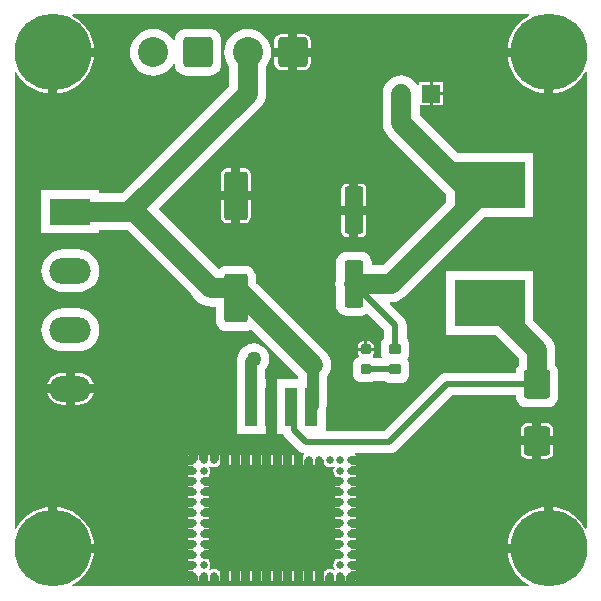
<source format=gtl>
G04 Layer_Physical_Order=1*
G04 Layer_Color=255*
%FSLAX25Y25*%
%MOIN*%
G70*
G01*
G75*
%ADD10C,0.06693*%
G04:AMPARAMS|DCode=11|XSize=78.74mil|YSize=161.42mil|CornerRadius=9.84mil|HoleSize=0mil|Usage=FLASHONLY|Rotation=0.000|XOffset=0mil|YOffset=0mil|HoleType=Round|Shape=RoundedRectangle|*
%AMROUNDEDRECTD11*
21,1,0.07874,0.14173,0,0,0.0*
21,1,0.05906,0.16142,0,0,0.0*
1,1,0.01969,0.02953,-0.07087*
1,1,0.01969,-0.02953,-0.07087*
1,1,0.01969,-0.02953,0.07087*
1,1,0.01969,0.02953,0.07087*
%
%ADD11ROUNDEDRECTD11*%
%ADD12R,0.04134X0.12598*%
%ADD13R,0.41142X0.32677*%
G04:AMPARAMS|DCode=14|XSize=157.48mil|YSize=62.99mil|CornerRadius=7.87mil|HoleSize=0mil|Usage=FLASHONLY|Rotation=270.000|XOffset=0mil|YOffset=0mil|HoleType=Round|Shape=RoundedRectangle|*
%AMROUNDEDRECTD14*
21,1,0.15748,0.04724,0,0,270.0*
21,1,0.14173,0.06299,0,0,270.0*
1,1,0.01575,-0.02362,-0.07087*
1,1,0.01575,-0.02362,0.07087*
1,1,0.01575,0.02362,0.07087*
1,1,0.01575,0.02362,-0.07087*
%
%ADD14ROUNDEDRECTD14*%
G04:AMPARAMS|DCode=15|XSize=98.43mil|YSize=86.61mil|CornerRadius=10.83mil|HoleSize=0mil|Usage=FLASHONLY|Rotation=90.000|XOffset=0mil|YOffset=0mil|HoleType=Round|Shape=RoundedRectangle|*
%AMROUNDEDRECTD15*
21,1,0.09843,0.06496,0,0,90.0*
21,1,0.07677,0.08661,0,0,90.0*
1,1,0.02165,0.03248,0.03839*
1,1,0.02165,0.03248,-0.03839*
1,1,0.02165,-0.03248,-0.03839*
1,1,0.02165,-0.03248,0.03839*
%
%ADD15ROUNDEDRECTD15*%
G04:AMPARAMS|DCode=16|XSize=39.37mil|YSize=35.43mil|CornerRadius=4.43mil|HoleSize=0mil|Usage=FLASHONLY|Rotation=0.000|XOffset=0mil|YOffset=0mil|HoleType=Round|Shape=RoundedRectangle|*
%AMROUNDEDRECTD16*
21,1,0.03937,0.02658,0,0,0.0*
21,1,0.03051,0.03543,0,0,0.0*
1,1,0.00886,0.01526,-0.01329*
1,1,0.00886,-0.01526,-0.01329*
1,1,0.00886,-0.01526,0.01329*
1,1,0.00886,0.01526,0.01329*
%
%ADD16ROUNDEDRECTD16*%
G04:AMPARAMS|DCode=17|XSize=31.5mil|YSize=31.5mil|CornerRadius=3.94mil|HoleSize=0mil|Usage=FLASHONLY|Rotation=90.000|XOffset=0mil|YOffset=0mil|HoleType=Round|Shape=RoundedRectangle|*
%AMROUNDEDRECTD17*
21,1,0.03150,0.02362,0,0,90.0*
21,1,0.02362,0.03150,0,0,90.0*
1,1,0.00787,0.01181,0.01181*
1,1,0.00787,0.01181,-0.01181*
1,1,0.00787,-0.01181,-0.01181*
1,1,0.00787,-0.01181,0.01181*
%
%ADD17ROUNDEDRECTD17*%
%ADD18R,0.23622X0.15748*%
%ADD19C,0.02000*%
%ADD20C,0.03937*%
%ADD21R,0.05906X0.05906*%
%ADD22C,0.05906*%
G04:AMPARAMS|DCode=23|XSize=100mil|YSize=100mil|CornerRadius=12.5mil|HoleSize=0mil|Usage=FLASHONLY|Rotation=90.000|XOffset=0mil|YOffset=0mil|HoleType=Round|Shape=RoundedRectangle|*
%AMROUNDEDRECTD23*
21,1,0.10000,0.07500,0,0,90.0*
21,1,0.07500,0.10000,0,0,90.0*
1,1,0.02500,0.03750,0.03750*
1,1,0.02500,0.03750,-0.03750*
1,1,0.02500,-0.03750,-0.03750*
1,1,0.02500,-0.03750,0.03750*
%
%ADD23ROUNDEDRECTD23*%
%ADD24C,0.10000*%
%ADD25O,0.13780X0.08661*%
%ADD26R,0.13780X0.08661*%
%ADD27C,0.25590*%
%ADD28C,0.02500*%
%ADD29C,0.05000*%
G36*
X174553Y193268D02*
X172969Y192297D01*
X171318Y190887D01*
X169907Y189236D01*
X168773Y187385D01*
X167942Y185379D01*
X167435Y183267D01*
X167383Y182602D01*
X181102D01*
Y181102D01*
X182602D01*
Y167383D01*
X183267Y167435D01*
X185379Y167942D01*
X187385Y168773D01*
X189236Y169907D01*
X190887Y171318D01*
X192297Y172969D01*
X193268Y174553D01*
X193768Y174411D01*
Y22439D01*
X193268Y22298D01*
X192297Y23882D01*
X190887Y25533D01*
X189236Y26943D01*
X187385Y28078D01*
X185379Y28909D01*
X183267Y29416D01*
X182602Y29468D01*
Y15748D01*
X181102D01*
Y14248D01*
X167383D01*
X167435Y13583D01*
X167942Y11472D01*
X168773Y9466D01*
X169907Y7614D01*
X171318Y5963D01*
X172969Y4553D01*
X174553Y3582D01*
X174411Y3082D01*
X22439D01*
X22298Y3582D01*
X23882Y4553D01*
X25533Y5963D01*
X26943Y7614D01*
X28078Y9466D01*
X28909Y11472D01*
X29416Y13583D01*
X29468Y14248D01*
X15748D01*
Y15748D01*
X14248D01*
Y29468D01*
X13583Y29416D01*
X11472Y28909D01*
X9466Y28078D01*
X7614Y26943D01*
X5963Y25533D01*
X4553Y23882D01*
X3582Y22298D01*
X3082Y22439D01*
Y138779D01*
X3082Y138779D01*
Y164370D01*
Y174411D01*
X3582Y174553D01*
X4553Y172969D01*
X5963Y171318D01*
X7614Y169907D01*
X9466Y168773D01*
X11472Y167942D01*
X13583Y167435D01*
X14248Y167383D01*
Y181102D01*
X15748D01*
Y182602D01*
X29468D01*
X29416Y183267D01*
X28909Y185379D01*
X28078Y187385D01*
X26943Y189236D01*
X25533Y190887D01*
X23882Y192297D01*
X22298Y193268D01*
X22439Y193768D01*
X174411D01*
X174553Y193268D01*
D02*
G37*
%LPC*%
G36*
X78575Y46779D02*
X78453Y46697D01*
X78197D01*
X78075Y46779D01*
Y45075D01*
Y43371D01*
X78197Y43453D01*
X78453D01*
X78575Y43371D01*
Y45075D01*
Y46779D01*
D02*
G37*
G36*
X82075D02*
X81953Y46697D01*
X81697D01*
X81575Y46779D01*
Y45075D01*
Y43371D01*
X81697Y43453D01*
X81953D01*
X82075Y43371D01*
Y45075D01*
Y46779D01*
D02*
G37*
G36*
X75075D02*
X74953Y46697D01*
X74697D01*
X74575Y46779D01*
Y45075D01*
Y43371D01*
X74697Y43453D01*
X74953D01*
X75075Y43371D01*
Y45075D01*
Y46779D01*
D02*
G37*
G36*
X182537Y50075D02*
X178665D01*
Y45613D01*
X180413D01*
X181226Y45774D01*
X181915Y46235D01*
X182375Y46924D01*
X182537Y47736D01*
Y50075D01*
D02*
G37*
G36*
X61075Y46779D02*
X60953Y46697D01*
X60871Y46575D01*
X61075D01*
Y46779D01*
D02*
G37*
G36*
X71575D02*
X71453Y46697D01*
X71197D01*
X71075Y46779D01*
Y45075D01*
X68075D01*
Y46779D01*
X67953Y46697D01*
X67697D01*
X67575Y46779D01*
Y45075D01*
X64575D01*
Y46779D01*
X64453Y46697D01*
X64197D01*
X64075Y46779D01*
Y45075D01*
X62575D01*
Y43575D01*
X60871D01*
X60953Y43453D01*
Y43197D01*
X60871Y43075D01*
X62575D01*
Y40075D01*
X60871D01*
X60953Y39953D01*
Y39697D01*
X60871Y39575D01*
X62575D01*
Y36575D01*
X60871D01*
X60953Y36453D01*
Y36197D01*
X60871Y36075D01*
X62575D01*
Y33075D01*
X60871D01*
X60953Y32953D01*
Y32697D01*
X60871Y32575D01*
X62575D01*
Y29575D01*
X60831D01*
X60911Y29325D01*
X60831Y29075D01*
X62575D01*
Y26075D01*
X60871D01*
X60953Y25953D01*
Y25697D01*
X60871Y25575D01*
X62575D01*
Y22575D01*
X60871D01*
X60953Y22453D01*
Y22197D01*
X60871Y22075D01*
X62575D01*
Y19075D01*
X60871D01*
X60953Y18953D01*
Y18697D01*
X60871Y18575D01*
X62575D01*
Y15575D01*
X60871D01*
X60953Y15453D01*
Y15197D01*
X60871Y15075D01*
X62575D01*
Y12075D01*
X60871D01*
X60953Y11953D01*
Y11697D01*
X60871Y11575D01*
X62575D01*
Y8575D01*
X60871D01*
X60953Y8453D01*
Y8197D01*
X60871Y8075D01*
X62575D01*
Y6575D01*
X64075D01*
Y4871D01*
X64197Y4953D01*
X64453D01*
X64575Y4871D01*
Y6575D01*
X67575D01*
Y4871D01*
X67697Y4953D01*
X67953D01*
X68075Y4871D01*
Y6575D01*
X71075D01*
Y4871D01*
X71197Y4953D01*
X71453D01*
X71575Y4871D01*
Y6575D01*
Y8279D01*
X71453Y8197D01*
X71197D01*
X70453Y8694D01*
X69575Y8869D01*
X68697Y8694D01*
X68269Y8408D01*
X67908Y8768D01*
X68194Y9197D01*
X68369Y10075D01*
X68194Y10953D01*
X67697Y11697D01*
Y11953D01*
X67779Y12075D01*
X66075D01*
Y15075D01*
X67779D01*
X67697Y15197D01*
Y15453D01*
X67779Y15575D01*
X66075D01*
Y18575D01*
X67779D01*
X67697Y18697D01*
Y18953D01*
X67779Y19075D01*
X66075D01*
Y22075D01*
X67779D01*
X67697Y22197D01*
Y22453D01*
X67779Y22575D01*
X66075D01*
Y25575D01*
X67779D01*
X67697Y25697D01*
Y25953D01*
X67779Y26075D01*
X66075D01*
Y29075D01*
X67779D01*
X67697Y29197D01*
Y29453D01*
X67779Y29575D01*
X66075D01*
Y32575D01*
X67779D01*
X67697Y32697D01*
Y32953D01*
X67779Y33075D01*
X66075D01*
Y36075D01*
X67779D01*
X67697Y36197D01*
Y36453D01*
X67779Y36575D01*
X66075D01*
Y39575D01*
X67779D01*
X67697Y39697D01*
Y39953D01*
X68194Y40697D01*
X68369Y41575D01*
X68194Y42453D01*
X67908Y42881D01*
X68269Y43242D01*
X68697Y42955D01*
X69575Y42781D01*
X70453Y42955D01*
X71197Y43453D01*
X71453D01*
X71575Y43371D01*
Y45075D01*
Y46779D01*
D02*
G37*
G36*
X175665Y57537D02*
X173917D01*
X173105Y57375D01*
X172416Y56915D01*
X171956Y56226D01*
X171794Y55413D01*
Y53075D01*
X175665D01*
Y57537D01*
D02*
G37*
G36*
X180413D02*
X178665D01*
Y53075D01*
X182537D01*
Y55413D01*
X182375Y56226D01*
X181915Y56915D01*
X181226Y57375D01*
X180413Y57537D01*
D02*
G37*
G36*
X82677Y84041D02*
X81305Y83861D01*
X80027Y83331D01*
X78929Y82489D01*
X78086Y81391D01*
X77557Y80112D01*
X77503Y79709D01*
X77287Y79186D01*
X77125Y77953D01*
Y72047D01*
X77067D01*
Y53937D01*
X86713D01*
Y72047D01*
X86655D01*
Y75290D01*
X87268Y76090D01*
X87798Y77368D01*
X87978Y78740D01*
X87798Y80112D01*
X87268Y81391D01*
X86426Y82489D01*
X85328Y83331D01*
X84049Y83861D01*
X82677Y84041D01*
D02*
G37*
G36*
X96075Y46779D02*
X95953Y46697D01*
X95697D01*
X95575Y46779D01*
Y45075D01*
Y43371D01*
X95697Y43453D01*
X95953D01*
X96075Y43371D01*
Y45075D01*
Y46779D01*
D02*
G37*
G36*
X85575D02*
X85453Y46697D01*
X85197D01*
X85075Y46779D01*
Y45075D01*
Y43371D01*
X85197Y43453D01*
X85453D01*
X85575Y43371D01*
Y45075D01*
Y46779D01*
D02*
G37*
G36*
X89075D02*
X88953Y46697D01*
X88697D01*
X88575Y46779D01*
Y45075D01*
Y43371D01*
X88697Y43453D01*
X88953D01*
X89075Y43371D01*
Y45075D01*
Y46779D01*
D02*
G37*
G36*
X92575D02*
X92453Y46697D01*
X92197D01*
X92075Y46779D01*
Y45075D01*
Y43371D01*
X92197Y43453D01*
X92453D01*
X92575Y43371D01*
Y45075D01*
Y46779D01*
D02*
G37*
G36*
X175665Y50075D02*
X171794D01*
Y47736D01*
X171956Y46924D01*
X172416Y46235D01*
X173105Y45774D01*
X173917Y45613D01*
X175665D01*
Y50075D01*
D02*
G37*
G36*
X78575Y8279D02*
X78453Y8197D01*
X78197D01*
X78075Y8279D01*
Y6575D01*
Y4871D01*
X78197Y4953D01*
X78453D01*
X78575Y4871D01*
Y6575D01*
Y8279D01*
D02*
G37*
G36*
X82075D02*
X81953Y8197D01*
X81697D01*
X81575Y8279D01*
Y6575D01*
Y4871D01*
X81697Y4953D01*
X81953D01*
X82075Y4871D01*
Y6575D01*
Y8279D01*
D02*
G37*
G36*
X85575D02*
X85453Y8197D01*
X85197D01*
X85075Y8279D01*
Y6575D01*
Y4871D01*
X85197Y4953D01*
X85453D01*
X85575Y4871D01*
Y6575D01*
Y8279D01*
D02*
G37*
G36*
X61075Y5075D02*
X60871D01*
X60953Y4953D01*
X61075Y4871D01*
Y5075D01*
D02*
G37*
G36*
X116779D02*
X116575D01*
Y4871D01*
X116697Y4953D01*
X116779Y5075D01*
D02*
G37*
G36*
X75075Y8279D02*
X74953Y8197D01*
X74697D01*
X74575Y8279D01*
Y6575D01*
Y4871D01*
X74697Y4953D01*
X74953D01*
X75075Y4871D01*
Y6575D01*
Y8279D01*
D02*
G37*
G36*
X89075D02*
X88953Y8197D01*
X88697D01*
X88575Y8279D01*
Y6575D01*
Y4871D01*
X88697Y4953D01*
X88953D01*
X89075Y4871D01*
Y6575D01*
Y8279D01*
D02*
G37*
G36*
X103075D02*
X102953Y8197D01*
X102697D01*
X102575Y8279D01*
Y6575D01*
Y4871D01*
X102697Y4953D01*
X102953D01*
X103075Y4871D01*
Y6575D01*
Y8279D01*
D02*
G37*
G36*
X17248Y29468D02*
Y17248D01*
X29468D01*
X29416Y17913D01*
X28909Y20024D01*
X28078Y22030D01*
X26943Y23882D01*
X25533Y25533D01*
X23882Y26943D01*
X22030Y28078D01*
X20024Y28909D01*
X17913Y29416D01*
X17248Y29468D01*
D02*
G37*
G36*
X179602D02*
X178938Y29416D01*
X176826Y28909D01*
X174820Y28078D01*
X172969Y26943D01*
X171318Y25533D01*
X169907Y23882D01*
X168773Y22030D01*
X167942Y20024D01*
X167435Y17913D01*
X167383Y17248D01*
X179602D01*
Y29468D01*
D02*
G37*
G36*
X92575Y8279D02*
X92453Y8197D01*
X92197D01*
X92075Y8279D01*
Y6575D01*
Y4871D01*
X92197Y4953D01*
X92453D01*
X92575Y4871D01*
Y6575D01*
Y8279D01*
D02*
G37*
G36*
X96075D02*
X95953Y8197D01*
X95697D01*
X95575Y8279D01*
Y6575D01*
Y4871D01*
X95697Y4953D01*
X95953D01*
X96075Y4871D01*
Y6575D01*
Y8279D01*
D02*
G37*
G36*
X99575D02*
X99453Y8197D01*
X99197D01*
X99075Y8279D01*
Y6575D01*
Y4871D01*
X99197Y4953D01*
X99453D01*
X99575Y4871D01*
Y6575D01*
Y8279D01*
D02*
G37*
G36*
X79724Y142377D02*
X78272D01*
Y134768D01*
X81748D01*
Y140354D01*
X81594Y141129D01*
X81155Y141785D01*
X80499Y142223D01*
X79724Y142377D01*
D02*
G37*
G36*
X145843Y166823D02*
X142390D01*
Y163370D01*
X145843D01*
Y166823D01*
D02*
G37*
G36*
X29468Y179602D02*
X17248D01*
Y167383D01*
X17913Y167435D01*
X20024Y167942D01*
X22030Y168773D01*
X23882Y169907D01*
X25533Y171318D01*
X26943Y172969D01*
X28078Y174820D01*
X28909Y176826D01*
X29416Y178938D01*
X29468Y179602D01*
D02*
G37*
G36*
X118504Y137255D02*
X117642D01*
Y129846D01*
X120326D01*
Y135433D01*
X120188Y136130D01*
X119793Y136722D01*
X119201Y137117D01*
X118504Y137255D01*
D02*
G37*
G36*
X80709Y188896D02*
X79188Y188746D01*
X77726Y188303D01*
X76379Y187582D01*
X75198Y186613D01*
X74229Y185432D01*
X73508Y184085D01*
X73065Y182623D01*
X72915Y181102D01*
X73065Y179582D01*
X73508Y178120D01*
X74229Y176773D01*
X74577Y176348D01*
Y169863D01*
X38799Y134085D01*
X31299D01*
Y135039D01*
X12008D01*
Y120866D01*
X31299D01*
Y121821D01*
X40767D01*
X61963Y100625D01*
X62483Y99651D01*
X63443Y98482D01*
X64612Y97523D01*
X65946Y96810D01*
X67393Y96371D01*
X68898Y96223D01*
Y96230D01*
X70047D01*
Y91929D01*
X70175Y90953D01*
X70552Y90043D01*
X71151Y89262D01*
X71933Y88662D01*
X72843Y88285D01*
X73819Y88157D01*
X79724D01*
X80701Y88285D01*
X81611Y88662D01*
X81718Y88744D01*
X97597Y72865D01*
Y72047D01*
X90453D01*
Y53937D01*
X92577D01*
X92865Y53243D01*
X93467Y52459D01*
X97423Y48502D01*
X97423Y48502D01*
X98208Y47900D01*
X99121Y47522D01*
X99528Y47468D01*
X99667Y46968D01*
X99396Y46697D01*
X99197D01*
X99075Y46779D01*
Y45075D01*
Y43371D01*
X99197Y43453D01*
X99453D01*
X99575Y43371D01*
Y45075D01*
X102575D01*
Y43371D01*
X102697Y43453D01*
X102953D01*
X103075Y43371D01*
Y45075D01*
X106075D01*
Y43371D01*
X106197Y43453D01*
X106453D01*
X107197Y42955D01*
X108075Y42781D01*
X108953Y42955D01*
X109381Y43242D01*
X109742Y42881D01*
X109455Y42453D01*
X109281Y41575D01*
X109455Y40697D01*
X109953Y39953D01*
Y39697D01*
X109871Y39575D01*
X111575D01*
Y36575D01*
X109871D01*
X109953Y36453D01*
Y36197D01*
X109871Y36075D01*
X111575D01*
Y33075D01*
X109871D01*
X109953Y32953D01*
Y32697D01*
X109871Y32575D01*
X111575D01*
Y29575D01*
X109871D01*
X109953Y29453D01*
Y29197D01*
X109871Y29075D01*
X111575D01*
Y26075D01*
X109871D01*
X109953Y25953D01*
Y25697D01*
X109871Y25575D01*
X111575D01*
Y22575D01*
X109871D01*
X109953Y22453D01*
Y22197D01*
X109871Y22075D01*
X111575D01*
Y19075D01*
X109871D01*
X109953Y18953D01*
Y18697D01*
X109871Y18575D01*
X111575D01*
Y15575D01*
X109871D01*
X109953Y15453D01*
Y15197D01*
X109871Y15075D01*
X111575D01*
Y12075D01*
X109871D01*
X109953Y11953D01*
Y11697D01*
X109455Y10953D01*
X109281Y10075D01*
X109455Y9197D01*
X109742Y8768D01*
X109381Y8408D01*
X108953Y8694D01*
X108075Y8869D01*
X107197Y8694D01*
X106453Y8197D01*
X106197D01*
X106075Y8279D01*
Y6575D01*
Y4871D01*
X106197Y4953D01*
X106453D01*
X106575Y4871D01*
Y6575D01*
X109575D01*
Y4871D01*
X109697Y4953D01*
X109953D01*
X110075Y4871D01*
Y6575D01*
X113075D01*
Y4871D01*
X113197Y4953D01*
X113453D01*
X113575Y4871D01*
Y6575D01*
X115075D01*
Y8075D01*
X116779D01*
X116697Y8197D01*
Y8453D01*
X116779Y8575D01*
X115075D01*
Y11575D01*
X116779D01*
X116697Y11697D01*
Y11953D01*
X116779Y12075D01*
X115075D01*
Y15075D01*
X116779D01*
X116697Y15197D01*
Y15453D01*
X116779Y15575D01*
X115075D01*
Y18575D01*
X116779D01*
X116697Y18697D01*
Y18953D01*
X116779Y19075D01*
X115075D01*
Y22075D01*
X116779D01*
X116697Y22197D01*
Y22453D01*
X116779Y22575D01*
X115075D01*
Y25575D01*
X116779D01*
X116697Y25697D01*
Y25953D01*
X116779Y26075D01*
X115075D01*
Y29075D01*
X116779D01*
X116697Y29197D01*
Y29453D01*
X116779Y29575D01*
X115075D01*
Y32575D01*
X116779D01*
X116697Y32697D01*
Y32953D01*
X116779Y33075D01*
X115075D01*
Y36075D01*
X116779D01*
X116697Y36197D01*
Y36453D01*
X116779Y36575D01*
X115075D01*
Y39575D01*
X116779D01*
X116697Y39697D01*
Y39953D01*
X116779Y40075D01*
X115075D01*
Y43075D01*
X116779D01*
X116697Y43197D01*
Y43453D01*
X116779Y43575D01*
X115075D01*
Y46575D01*
X116779D01*
X116697Y46697D01*
X116404Y46893D01*
X116556Y47393D01*
X127953D01*
X128933Y47522D01*
X129847Y47900D01*
X130631Y48502D01*
X148813Y66684D01*
X170046D01*
Y66634D01*
X170178Y65632D01*
X170564Y64698D01*
X171180Y63896D01*
X171982Y63281D01*
X172915Y62894D01*
X173917Y62762D01*
X180413D01*
X181415Y62894D01*
X182349Y63281D01*
X183151Y63896D01*
X183766Y64698D01*
X184153Y65632D01*
X184285Y66634D01*
Y74311D01*
X184153Y75313D01*
X183766Y76247D01*
X183297Y76858D01*
Y81693D01*
X183179Y82889D01*
X182831Y84040D01*
X182264Y85100D01*
X181501Y86029D01*
X175984Y91546D01*
Y108071D01*
X146851D01*
Y86811D01*
X163375D01*
X171034Y79153D01*
Y76858D01*
X170564Y76247D01*
X170178Y75313D01*
X170046Y74311D01*
Y74261D01*
X147244D01*
X147244Y74261D01*
X146264Y74132D01*
X145350Y73753D01*
X144565Y73151D01*
X126384Y54969D01*
X106791D01*
Y61635D01*
X106965Y62054D01*
X107127Y63288D01*
Y72959D01*
X107461Y73365D01*
X108027Y74425D01*
X108376Y75575D01*
X108494Y76772D01*
X108376Y77968D01*
X108027Y79118D01*
X107461Y80178D01*
X106698Y81108D01*
X83497Y104309D01*
Y106102D01*
X83368Y107079D01*
X82991Y107989D01*
X82392Y108770D01*
X81611Y109369D01*
X80701Y109746D01*
X79724Y109875D01*
X73819D01*
X72843Y109746D01*
X71933Y109369D01*
X71157Y108774D01*
X50995Y128937D01*
X85044Y162987D01*
X85807Y163916D01*
X86374Y164976D01*
X86723Y166127D01*
X86840Y167323D01*
Y176348D01*
X87189Y176773D01*
X87909Y178120D01*
X88352Y179582D01*
X88502Y181102D01*
X88352Y182623D01*
X87909Y184085D01*
X87189Y185432D01*
X86219Y186613D01*
X85038Y187582D01*
X83691Y188303D01*
X82229Y188746D01*
X80709Y188896D01*
D02*
G37*
G36*
X75272Y142377D02*
X73819D01*
X73045Y142223D01*
X72388Y141785D01*
X71950Y141129D01*
X71796Y140354D01*
Y134768D01*
X75272D01*
Y142377D01*
D02*
G37*
G36*
X179602Y179602D02*
X167383D01*
X167435Y178938D01*
X167942Y176826D01*
X168773Y174820D01*
X169907Y172969D01*
X171318Y171318D01*
X172969Y169907D01*
X174820Y168773D01*
X176826Y167942D01*
X178938Y167435D01*
X179602Y167383D01*
Y179602D01*
D02*
G37*
G36*
X101753D02*
X97209D01*
Y175058D01*
X99459D01*
X100337Y175233D01*
X101081Y175730D01*
X101578Y176474D01*
X101753Y177352D01*
Y179602D01*
D02*
G37*
G36*
X94209Y187146D02*
X91959D01*
X91081Y186972D01*
X90336Y186475D01*
X89839Y185730D01*
X89665Y184852D01*
Y182602D01*
X94209D01*
Y187146D01*
D02*
G37*
G36*
X99459D02*
X97209D01*
Y182602D01*
X101753D01*
Y184852D01*
X101578Y185730D01*
X101081Y186475D01*
X100337Y186972D01*
X99459Y187146D01*
D02*
G37*
G36*
X145843Y171275D02*
X142390D01*
Y167823D01*
X145843D01*
Y171275D01*
D02*
G37*
G36*
X49213Y188896D02*
X47692Y188746D01*
X46230Y188303D01*
X44883Y187582D01*
X43702Y186613D01*
X42733Y185432D01*
X42012Y184085D01*
X41569Y182623D01*
X41419Y181102D01*
X41569Y179582D01*
X42012Y178120D01*
X42733Y176773D01*
X43702Y175592D01*
X44883Y174622D01*
X46230Y173902D01*
X47692Y173459D01*
X49213Y173309D01*
X50733Y173459D01*
X52195Y173902D01*
X53542Y174622D01*
X54723Y175592D01*
X55693Y176773D01*
X55935Y177225D01*
X56451Y177131D01*
X56560Y176307D01*
X56963Y175332D01*
X57606Y174495D01*
X58442Y173853D01*
X59417Y173450D01*
X60463Y173312D01*
X67963D01*
X69008Y173450D01*
X69983Y173853D01*
X70820Y174495D01*
X71462Y175332D01*
X71865Y176307D01*
X72003Y177352D01*
Y184852D01*
X71865Y185898D01*
X71462Y186873D01*
X70820Y187709D01*
X69983Y188352D01*
X69008Y188755D01*
X67963Y188893D01*
X60463D01*
X59417Y188755D01*
X58442Y188352D01*
X57606Y187709D01*
X56963Y186873D01*
X56560Y185898D01*
X56451Y185074D01*
X55935Y184980D01*
X55693Y185432D01*
X54723Y186613D01*
X53542Y187582D01*
X52195Y188303D01*
X50733Y188746D01*
X49213Y188896D01*
D02*
G37*
G36*
X94209Y179602D02*
X89665D01*
Y177352D01*
X89839Y176474D01*
X90336Y175730D01*
X91081Y175233D01*
X91959Y175058D01*
X94209D01*
Y179602D01*
D02*
G37*
G36*
X114642Y137255D02*
X113780D01*
X113082Y137117D01*
X112491Y136722D01*
X112096Y136130D01*
X111957Y135433D01*
Y129846D01*
X114642D01*
Y137255D01*
D02*
G37*
G36*
X24213Y74274D02*
X23154D01*
Y70398D01*
X29361D01*
X28869Y71586D01*
X28015Y72699D01*
X26901Y73554D01*
X25604Y74091D01*
X24213Y74274D01*
D02*
G37*
G36*
Y95704D02*
X19095D01*
X17705Y95567D01*
X16369Y95161D01*
X15138Y94503D01*
X14059Y93618D01*
X13174Y92539D01*
X12516Y91308D01*
X12111Y89972D01*
X11974Y88583D01*
X12111Y87193D01*
X12516Y85858D01*
X13174Y84626D01*
X14059Y83547D01*
X15138Y82662D01*
X16369Y82004D01*
X17705Y81599D01*
X19095Y81462D01*
X24213D01*
X25602Y81599D01*
X26938Y82004D01*
X28169Y82662D01*
X29248Y83547D01*
X30134Y84626D01*
X30792Y85858D01*
X31197Y87193D01*
X31334Y88583D01*
X31197Y89972D01*
X30792Y91308D01*
X30134Y92539D01*
X29248Y93618D01*
X28169Y94503D01*
X26938Y95161D01*
X25602Y95567D01*
X24213Y95704D01*
D02*
G37*
G36*
X119579Y84689D02*
X118898D01*
X118354Y84581D01*
X117893Y84272D01*
X117585Y83811D01*
X117477Y83268D01*
Y82587D01*
X119579D01*
Y84689D01*
D02*
G37*
G36*
X20154Y67398D02*
X13946D01*
X14438Y66209D01*
X15293Y65096D01*
X16406Y64241D01*
X17703Y63704D01*
X19095Y63521D01*
X20154D01*
Y67398D01*
D02*
G37*
G36*
X29361D02*
X23154D01*
Y63521D01*
X24213D01*
X25604Y63704D01*
X26901Y64241D01*
X28015Y65096D01*
X28869Y66209D01*
X29361Y67398D01*
D02*
G37*
G36*
X20154Y74274D02*
X19095D01*
X17703Y74091D01*
X16406Y73554D01*
X15293Y72699D01*
X14438Y71586D01*
X13946Y70398D01*
X20154D01*
Y74274D01*
D02*
G37*
G36*
X121260Y84689D02*
X120579D01*
Y82587D01*
X122681D01*
Y83268D01*
X122573Y83811D01*
X122265Y84272D01*
X121804Y84581D01*
X121260Y84689D01*
D02*
G37*
G36*
X120326Y126846D02*
X117642D01*
Y119437D01*
X118504D01*
X119201Y119576D01*
X119793Y119971D01*
X120188Y120562D01*
X120326Y121260D01*
Y126846D01*
D02*
G37*
G36*
X75272Y131768D02*
X71796D01*
Y126181D01*
X71950Y125407D01*
X72388Y124750D01*
X73045Y124312D01*
X73819Y124158D01*
X75272D01*
Y131768D01*
D02*
G37*
G36*
X81748D02*
X78272D01*
Y124158D01*
X79724D01*
X80499Y124312D01*
X81155Y124750D01*
X81594Y125407D01*
X81748Y126181D01*
Y131768D01*
D02*
G37*
G36*
X24213Y115389D02*
X19095D01*
X17705Y115252D01*
X16369Y114847D01*
X15138Y114189D01*
X14059Y113303D01*
X13174Y112224D01*
X12516Y110993D01*
X12111Y109657D01*
X11974Y108268D01*
X12111Y106879D01*
X12516Y105543D01*
X13174Y104312D01*
X14059Y103233D01*
X15138Y102347D01*
X16369Y101689D01*
X17705Y101284D01*
X19095Y101147D01*
X24213D01*
X25602Y101284D01*
X26938Y101689D01*
X28169Y102347D01*
X29248Y103233D01*
X30134Y104312D01*
X30792Y105543D01*
X31197Y106879D01*
X31334Y108268D01*
X31197Y109657D01*
X30792Y110993D01*
X30134Y112224D01*
X29248Y113303D01*
X28169Y114189D01*
X26938Y114847D01*
X25602Y115252D01*
X24213Y115389D01*
D02*
G37*
G36*
X131890Y173455D02*
X130693Y173337D01*
X129543Y172988D01*
X128483Y172421D01*
X127554Y171659D01*
X126791Y170729D01*
X126225Y169669D01*
X125876Y168519D01*
X125758Y167323D01*
Y157480D01*
X125876Y156284D01*
X126225Y155134D01*
X126791Y154074D01*
X127554Y153144D01*
X146851Y133848D01*
Y130916D01*
X126004Y110069D01*
X122078D01*
Y111024D01*
X121956Y111949D01*
X121599Y112811D01*
X121031Y113551D01*
X120291Y114119D01*
X119429Y114476D01*
X118504Y114597D01*
X113780D01*
X112855Y114476D01*
X111993Y114119D01*
X111252Y113551D01*
X110685Y112811D01*
X110327Y111949D01*
X110206Y111024D01*
Y105390D01*
X110128Y105133D01*
X110010Y103937D01*
X110128Y102741D01*
X110206Y102484D01*
Y96850D01*
X110327Y95925D01*
X110685Y95063D01*
X111252Y94323D01*
X111993Y93755D01*
X112855Y93398D01*
X113780Y93277D01*
X118504D01*
X119429Y93398D01*
X120291Y93755D01*
X120673Y94048D01*
X126133Y88589D01*
Y85711D01*
X126114Y85697D01*
X125601Y85029D01*
X125279Y84250D01*
X125169Y83415D01*
Y80758D01*
X125279Y79923D01*
X125414Y79598D01*
X125136Y79182D01*
X123036D01*
X122848Y79326D01*
X122512Y79465D01*
X122457Y79563D01*
X122374Y80064D01*
X122573Y80362D01*
X122681Y80905D01*
Y81587D01*
X117477D01*
Y80905D01*
X117585Y80362D01*
X117784Y80064D01*
X117701Y79563D01*
X117645Y79465D01*
X117309Y79326D01*
X116651Y78821D01*
X116147Y78163D01*
X115829Y77397D01*
X115721Y76575D01*
Y74212D01*
X115829Y73390D01*
X116147Y72624D01*
X116651Y71966D01*
X117309Y71461D01*
X118076Y71144D01*
X118898Y71036D01*
X121260D01*
X122082Y71144D01*
X122848Y71461D01*
X123036Y71605D01*
X126346D01*
X126782Y71271D01*
X127560Y70948D01*
X128396Y70838D01*
X131447D01*
X132282Y70948D01*
X133060Y71271D01*
X133728Y71784D01*
X134241Y72452D01*
X134563Y73230D01*
X134673Y74065D01*
Y76722D01*
X134563Y77557D01*
X134241Y78336D01*
X133931Y78740D01*
X134241Y79145D01*
X134563Y79923D01*
X134673Y80758D01*
Y83415D01*
X134563Y84250D01*
X134241Y85029D01*
X133728Y85697D01*
X133710Y85711D01*
Y90158D01*
X133710Y90158D01*
X133580Y91138D01*
X133202Y92052D01*
X132600Y92836D01*
X128093Y97343D01*
X128285Y97805D01*
X128543D01*
X129740Y97923D01*
X130890Y98272D01*
X131950Y98839D01*
X132879Y99601D01*
X159459Y126181D01*
X175984D01*
Y147441D01*
X150601D01*
X138022Y160020D01*
Y163370D01*
X141390D01*
Y167323D01*
Y171275D01*
X137937D01*
Y170015D01*
X137437Y169890D01*
X136988Y170729D01*
X136226Y171659D01*
X135296Y172421D01*
X134236Y172988D01*
X133086Y173337D01*
X131890Y173455D01*
D02*
G37*
G36*
X114642Y126846D02*
X111957D01*
Y121260D01*
X112096Y120562D01*
X112491Y119971D01*
X113082Y119576D01*
X113780Y119437D01*
X114642D01*
Y126846D01*
D02*
G37*
%LPD*%
D10*
X67323Y103937D02*
G03*
X68898Y102362I1575J0D01*
G01*
X76772D02*
X102362Y76772D01*
X43307Y127953D02*
X67323Y103937D01*
X68898Y102362D02*
X76772D01*
X41339Y127953D02*
X43307D01*
X21654D02*
X41339D01*
X80709Y167323D01*
Y181102D01*
X152559Y136811D02*
X161417D01*
X131890Y157480D02*
X152559Y136811D01*
X131890Y157480D02*
Y167323D01*
X116142Y103937D02*
X128543D01*
X161417Y136811D01*
X177165Y70472D02*
Y81693D01*
X161417Y97441D02*
X177165Y81693D01*
D11*
X76772Y99016D02*
D03*
Y133268D02*
D03*
D12*
X101969Y62992D02*
D03*
X95276D02*
D03*
X88583D02*
D03*
X81890D02*
D03*
X75197D02*
D03*
D13*
X88583Y25787D02*
D03*
D14*
X116142Y128346D02*
D03*
Y103937D02*
D03*
D15*
X177165Y70472D02*
D03*
Y51575D02*
D03*
D16*
X129921Y82087D02*
D03*
Y75394D02*
D03*
D17*
X120079Y82087D02*
D03*
Y75394D02*
D03*
D18*
X161417Y136811D02*
D03*
Y97441D02*
D03*
D19*
X116142Y103937D02*
X129921Y90158D01*
Y82087D02*
Y90158D01*
X120079Y75394D02*
X129921D01*
X95276Y62992D02*
X96146Y62122D01*
Y55137D02*
Y62122D01*
Y55137D02*
X100102Y51181D01*
X127953D01*
X147244Y70472D01*
X177165D01*
D20*
X81890Y77953D02*
X82677Y78740D01*
X81890Y62992D02*
Y77953D01*
X102362Y63288D02*
Y76772D01*
X102067Y62992D02*
X102362Y63288D01*
D21*
X141890Y167323D02*
D03*
D22*
X131890D02*
D03*
D23*
X64213Y181102D02*
D03*
X95709D02*
D03*
D24*
X49213D02*
D03*
X80709D02*
D03*
D25*
X21654Y68898D02*
D03*
Y88583D02*
D03*
Y108268D02*
D03*
D26*
Y127953D02*
D03*
D27*
X181102Y15748D02*
D03*
Y181102D02*
D03*
X15748D02*
D03*
Y15748D02*
D03*
D28*
X115075Y45075D02*
D03*
Y41575D02*
D03*
Y38075D02*
D03*
Y34575D02*
D03*
Y31075D02*
D03*
Y27575D02*
D03*
Y24075D02*
D03*
Y20575D02*
D03*
Y17075D02*
D03*
Y13575D02*
D03*
Y10075D02*
D03*
Y6575D02*
D03*
X111575Y45075D02*
D03*
Y41575D02*
D03*
Y38075D02*
D03*
Y34575D02*
D03*
Y31075D02*
D03*
Y27575D02*
D03*
Y24075D02*
D03*
Y20575D02*
D03*
Y17075D02*
D03*
Y13575D02*
D03*
Y10075D02*
D03*
Y6575D02*
D03*
X108075Y45075D02*
D03*
Y6575D02*
D03*
X104575Y45075D02*
D03*
Y6575D02*
D03*
X101075Y45075D02*
D03*
Y6575D02*
D03*
X97575Y45075D02*
D03*
Y6575D02*
D03*
X94075Y45075D02*
D03*
Y6575D02*
D03*
X90575Y45075D02*
D03*
Y6575D02*
D03*
X87075Y45075D02*
D03*
Y6575D02*
D03*
X83575Y45075D02*
D03*
Y6575D02*
D03*
X80075Y45075D02*
D03*
Y6575D02*
D03*
X76575Y45075D02*
D03*
Y6575D02*
D03*
X73075Y45075D02*
D03*
Y6575D02*
D03*
X69575Y45075D02*
D03*
Y6575D02*
D03*
X66075Y45075D02*
D03*
Y41575D02*
D03*
Y38075D02*
D03*
Y34575D02*
D03*
Y31075D02*
D03*
Y27575D02*
D03*
Y24075D02*
D03*
Y20575D02*
D03*
Y17075D02*
D03*
Y13575D02*
D03*
Y10075D02*
D03*
Y6575D02*
D03*
X62575Y45075D02*
D03*
Y41575D02*
D03*
Y38075D02*
D03*
Y34575D02*
D03*
Y31075D02*
D03*
Y27575D02*
D03*
Y24075D02*
D03*
Y20575D02*
D03*
Y17075D02*
D03*
Y13575D02*
D03*
Y10075D02*
D03*
Y6575D02*
D03*
D29*
X82677Y78740D02*
D03*
M02*

</source>
